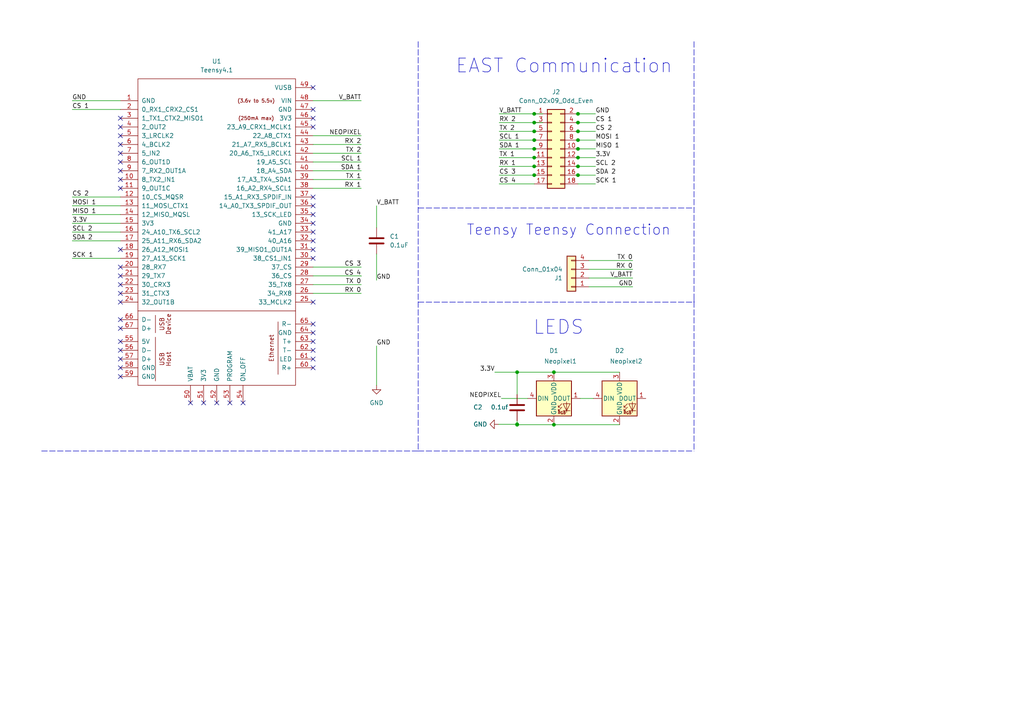
<source format=kicad_sch>
(kicad_sch (version 20211123) (generator eeschema)

  (uuid 3c3de130-b5fb-4743-b87f-bf4b3f38281a)

  (paper "A4")

  (lib_symbols
    (symbol "Connector_Generic:Conn_01x04" (pin_names (offset 1.016) hide) (in_bom yes) (on_board yes)
      (property "Reference" "J" (id 0) (at 0 5.08 0)
        (effects (font (size 1.27 1.27)))
      )
      (property "Value" "Conn_01x04" (id 1) (at 0 -7.62 0)
        (effects (font (size 1.27 1.27)))
      )
      (property "Footprint" "" (id 2) (at 0 0 0)
        (effects (font (size 1.27 1.27)) hide)
      )
      (property "Datasheet" "~" (id 3) (at 0 0 0)
        (effects (font (size 1.27 1.27)) hide)
      )
      (property "ki_keywords" "connector" (id 4) (at 0 0 0)
        (effects (font (size 1.27 1.27)) hide)
      )
      (property "ki_description" "Generic connector, single row, 01x04, script generated (kicad-library-utils/schlib/autogen/connector/)" (id 5) (at 0 0 0)
        (effects (font (size 1.27 1.27)) hide)
      )
      (property "ki_fp_filters" "Connector*:*_1x??_*" (id 6) (at 0 0 0)
        (effects (font (size 1.27 1.27)) hide)
      )
      (symbol "Conn_01x04_1_1"
        (rectangle (start -1.27 -4.953) (end 0 -5.207)
          (stroke (width 0.1524) (type default) (color 0 0 0 0))
          (fill (type none))
        )
        (rectangle (start -1.27 -2.413) (end 0 -2.667)
          (stroke (width 0.1524) (type default) (color 0 0 0 0))
          (fill (type none))
        )
        (rectangle (start -1.27 0.127) (end 0 -0.127)
          (stroke (width 0.1524) (type default) (color 0 0 0 0))
          (fill (type none))
        )
        (rectangle (start -1.27 2.667) (end 0 2.413)
          (stroke (width 0.1524) (type default) (color 0 0 0 0))
          (fill (type none))
        )
        (rectangle (start -1.27 3.81) (end 1.27 -6.35)
          (stroke (width 0.254) (type default) (color 0 0 0 0))
          (fill (type background))
        )
        (pin passive line (at -5.08 2.54 0) (length 3.81)
          (name "Pin_1" (effects (font (size 1.27 1.27))))
          (number "1" (effects (font (size 1.27 1.27))))
        )
        (pin passive line (at -5.08 0 0) (length 3.81)
          (name "Pin_2" (effects (font (size 1.27 1.27))))
          (number "2" (effects (font (size 1.27 1.27))))
        )
        (pin passive line (at -5.08 -2.54 0) (length 3.81)
          (name "Pin_3" (effects (font (size 1.27 1.27))))
          (number "3" (effects (font (size 1.27 1.27))))
        )
        (pin passive line (at -5.08 -5.08 0) (length 3.81)
          (name "Pin_4" (effects (font (size 1.27 1.27))))
          (number "4" (effects (font (size 1.27 1.27))))
        )
      )
    )
    (symbol "Connector_Generic:Conn_02x09_Odd_Even" (pin_names (offset 1.016) hide) (in_bom yes) (on_board yes)
      (property "Reference" "J" (id 0) (at 1.27 12.7 0)
        (effects (font (size 1.27 1.27)))
      )
      (property "Value" "Conn_02x09_Odd_Even" (id 1) (at 1.27 -12.7 0)
        (effects (font (size 1.27 1.27)))
      )
      (property "Footprint" "" (id 2) (at 0 0 0)
        (effects (font (size 1.27 1.27)) hide)
      )
      (property "Datasheet" "~" (id 3) (at 0 0 0)
        (effects (font (size 1.27 1.27)) hide)
      )
      (property "ki_keywords" "connector" (id 4) (at 0 0 0)
        (effects (font (size 1.27 1.27)) hide)
      )
      (property "ki_description" "Generic connector, double row, 02x09, odd/even pin numbering scheme (row 1 odd numbers, row 2 even numbers), script generated (kicad-library-utils/schlib/autogen/connector/)" (id 5) (at 0 0 0)
        (effects (font (size 1.27 1.27)) hide)
      )
      (property "ki_fp_filters" "Connector*:*_2x??_*" (id 6) (at 0 0 0)
        (effects (font (size 1.27 1.27)) hide)
      )
      (symbol "Conn_02x09_Odd_Even_1_1"
        (rectangle (start -1.27 -10.033) (end 0 -10.287)
          (stroke (width 0.1524) (type default) (color 0 0 0 0))
          (fill (type none))
        )
        (rectangle (start -1.27 -7.493) (end 0 -7.747)
          (stroke (width 0.1524) (type default) (color 0 0 0 0))
          (fill (type none))
        )
        (rectangle (start -1.27 -4.953) (end 0 -5.207)
          (stroke (width 0.1524) (type default) (color 0 0 0 0))
          (fill (type none))
        )
        (rectangle (start -1.27 -2.413) (end 0 -2.667)
          (stroke (width 0.1524) (type default) (color 0 0 0 0))
          (fill (type none))
        )
        (rectangle (start -1.27 0.127) (end 0 -0.127)
          (stroke (width 0.1524) (type default) (color 0 0 0 0))
          (fill (type none))
        )
        (rectangle (start -1.27 2.667) (end 0 2.413)
          (stroke (width 0.1524) (type default) (color 0 0 0 0))
          (fill (type none))
        )
        (rectangle (start -1.27 5.207) (end 0 4.953)
          (stroke (width 0.1524) (type default) (color 0 0 0 0))
          (fill (type none))
        )
        (rectangle (start -1.27 7.747) (end 0 7.493)
          (stroke (width 0.1524) (type default) (color 0 0 0 0))
          (fill (type none))
        )
        (rectangle (start -1.27 10.287) (end 0 10.033)
          (stroke (width 0.1524) (type default) (color 0 0 0 0))
          (fill (type none))
        )
        (rectangle (start -1.27 11.43) (end 3.81 -11.43)
          (stroke (width 0.254) (type default) (color 0 0 0 0))
          (fill (type background))
        )
        (rectangle (start 3.81 -10.033) (end 2.54 -10.287)
          (stroke (width 0.1524) (type default) (color 0 0 0 0))
          (fill (type none))
        )
        (rectangle (start 3.81 -7.493) (end 2.54 -7.747)
          (stroke (width 0.1524) (type default) (color 0 0 0 0))
          (fill (type none))
        )
        (rectangle (start 3.81 -4.953) (end 2.54 -5.207)
          (stroke (width 0.1524) (type default) (color 0 0 0 0))
          (fill (type none))
        )
        (rectangle (start 3.81 -2.413) (end 2.54 -2.667)
          (stroke (width 0.1524) (type default) (color 0 0 0 0))
          (fill (type none))
        )
        (rectangle (start 3.81 0.127) (end 2.54 -0.127)
          (stroke (width 0.1524) (type default) (color 0 0 0 0))
          (fill (type none))
        )
        (rectangle (start 3.81 2.667) (end 2.54 2.413)
          (stroke (width 0.1524) (type default) (color 0 0 0 0))
          (fill (type none))
        )
        (rectangle (start 3.81 5.207) (end 2.54 4.953)
          (stroke (width 0.1524) (type default) (color 0 0 0 0))
          (fill (type none))
        )
        (rectangle (start 3.81 7.747) (end 2.54 7.493)
          (stroke (width 0.1524) (type default) (color 0 0 0 0))
          (fill (type none))
        )
        (rectangle (start 3.81 10.287) (end 2.54 10.033)
          (stroke (width 0.1524) (type default) (color 0 0 0 0))
          (fill (type none))
        )
        (pin passive line (at -5.08 10.16 0) (length 3.81)
          (name "Pin_1" (effects (font (size 1.27 1.27))))
          (number "1" (effects (font (size 1.27 1.27))))
        )
        (pin passive line (at 7.62 0 180) (length 3.81)
          (name "Pin_10" (effects (font (size 1.27 1.27))))
          (number "10" (effects (font (size 1.27 1.27))))
        )
        (pin passive line (at -5.08 -2.54 0) (length 3.81)
          (name "Pin_11" (effects (font (size 1.27 1.27))))
          (number "11" (effects (font (size 1.27 1.27))))
        )
        (pin passive line (at 7.62 -2.54 180) (length 3.81)
          (name "Pin_12" (effects (font (size 1.27 1.27))))
          (number "12" (effects (font (size 1.27 1.27))))
        )
        (pin passive line (at -5.08 -5.08 0) (length 3.81)
          (name "Pin_13" (effects (font (size 1.27 1.27))))
          (number "13" (effects (font (size 1.27 1.27))))
        )
        (pin passive line (at 7.62 -5.08 180) (length 3.81)
          (name "Pin_14" (effects (font (size 1.27 1.27))))
          (number "14" (effects (font (size 1.27 1.27))))
        )
        (pin passive line (at -5.08 -7.62 0) (length 3.81)
          (name "Pin_15" (effects (font (size 1.27 1.27))))
          (number "15" (effects (font (size 1.27 1.27))))
        )
        (pin passive line (at 7.62 -7.62 180) (length 3.81)
          (name "Pin_16" (effects (font (size 1.27 1.27))))
          (number "16" (effects (font (size 1.27 1.27))))
        )
        (pin passive line (at -5.08 -10.16 0) (length 3.81)
          (name "Pin_17" (effects (font (size 1.27 1.27))))
          (number "17" (effects (font (size 1.27 1.27))))
        )
        (pin passive line (at 7.62 -10.16 180) (length 3.81)
          (name "Pin_18" (effects (font (size 1.27 1.27))))
          (number "18" (effects (font (size 1.27 1.27))))
        )
        (pin passive line (at 7.62 10.16 180) (length 3.81)
          (name "Pin_2" (effects (font (size 1.27 1.27))))
          (number "2" (effects (font (size 1.27 1.27))))
        )
        (pin passive line (at -5.08 7.62 0) (length 3.81)
          (name "Pin_3" (effects (font (size 1.27 1.27))))
          (number "3" (effects (font (size 1.27 1.27))))
        )
        (pin passive line (at 7.62 7.62 180) (length 3.81)
          (name "Pin_4" (effects (font (size 1.27 1.27))))
          (number "4" (effects (font (size 1.27 1.27))))
        )
        (pin passive line (at -5.08 5.08 0) (length 3.81)
          (name "Pin_5" (effects (font (size 1.27 1.27))))
          (number "5" (effects (font (size 1.27 1.27))))
        )
        (pin passive line (at 7.62 5.08 180) (length 3.81)
          (name "Pin_6" (effects (font (size 1.27 1.27))))
          (number "6" (effects (font (size 1.27 1.27))))
        )
        (pin passive line (at -5.08 2.54 0) (length 3.81)
          (name "Pin_7" (effects (font (size 1.27 1.27))))
          (number "7" (effects (font (size 1.27 1.27))))
        )
        (pin passive line (at 7.62 2.54 180) (length 3.81)
          (name "Pin_8" (effects (font (size 1.27 1.27))))
          (number "8" (effects (font (size 1.27 1.27))))
        )
        (pin passive line (at -5.08 0 0) (length 3.81)
          (name "Pin_9" (effects (font (size 1.27 1.27))))
          (number "9" (effects (font (size 1.27 1.27))))
        )
      )
    )
    (symbol "Device:C" (pin_numbers hide) (pin_names (offset 0.254)) (in_bom yes) (on_board yes)
      (property "Reference" "C" (id 0) (at 0.635 2.54 0)
        (effects (font (size 1.27 1.27)) (justify left))
      )
      (property "Value" "C" (id 1) (at 0.635 -2.54 0)
        (effects (font (size 1.27 1.27)) (justify left))
      )
      (property "Footprint" "" (id 2) (at 0.9652 -3.81 0)
        (effects (font (size 1.27 1.27)) hide)
      )
      (property "Datasheet" "~" (id 3) (at 0 0 0)
        (effects (font (size 1.27 1.27)) hide)
      )
      (property "ki_keywords" "cap capacitor" (id 4) (at 0 0 0)
        (effects (font (size 1.27 1.27)) hide)
      )
      (property "ki_description" "Unpolarized capacitor" (id 5) (at 0 0 0)
        (effects (font (size 1.27 1.27)) hide)
      )
      (property "ki_fp_filters" "C_*" (id 6) (at 0 0 0)
        (effects (font (size 1.27 1.27)) hide)
      )
      (symbol "C_0_1"
        (polyline
          (pts
            (xy -2.032 -0.762)
            (xy 2.032 -0.762)
          )
          (stroke (width 0.508) (type default) (color 0 0 0 0))
          (fill (type none))
        )
        (polyline
          (pts
            (xy -2.032 0.762)
            (xy 2.032 0.762)
          )
          (stroke (width 0.508) (type default) (color 0 0 0 0))
          (fill (type none))
        )
      )
      (symbol "C_1_1"
        (pin passive line (at 0 3.81 270) (length 2.794)
          (name "~" (effects (font (size 1.27 1.27))))
          (number "1" (effects (font (size 1.27 1.27))))
        )
        (pin passive line (at 0 -3.81 90) (length 2.794)
          (name "~" (effects (font (size 1.27 1.27))))
          (number "2" (effects (font (size 1.27 1.27))))
        )
      )
    )
    (symbol "LED:NeoPixel_THT" (pin_names (offset 0.254)) (in_bom yes) (on_board yes)
      (property "Reference" "D" (id 0) (at 5.08 5.715 0)
        (effects (font (size 1.27 1.27)) (justify right bottom))
      )
      (property "Value" "NeoPixel_THT" (id 1) (at 1.27 -5.715 0)
        (effects (font (size 1.27 1.27)) (justify left top))
      )
      (property "Footprint" "" (id 2) (at 1.27 -7.62 0)
        (effects (font (size 1.27 1.27)) (justify left top) hide)
      )
      (property "Datasheet" "https://www.adafruit.com/product/1938" (id 3) (at 2.54 -9.525 0)
        (effects (font (size 1.27 1.27)) (justify left top) hide)
      )
      (property "ki_keywords" "RGB LED NeoPixel addressable" (id 4) (at 0 0 0)
        (effects (font (size 1.27 1.27)) hide)
      )
      (property "ki_description" "RGB LED with integrated controller, 5mm/8mm LED package" (id 5) (at 0 0 0)
        (effects (font (size 1.27 1.27)) hide)
      )
      (property "ki_fp_filters" "LED*D5.0mm* LED*D8.0mm*" (id 6) (at 0 0 0)
        (effects (font (size 1.27 1.27)) hide)
      )
      (symbol "NeoPixel_THT_0_0"
        (text "RGB" (at 2.286 -4.191 0)
          (effects (font (size 0.762 0.762)))
        )
      )
      (symbol "NeoPixel_THT_0_1"
        (polyline
          (pts
            (xy 1.27 -3.556)
            (xy 1.778 -3.556)
          )
          (stroke (width 0) (type default) (color 0 0 0 0))
          (fill (type none))
        )
        (polyline
          (pts
            (xy 1.27 -2.54)
            (xy 1.778 -2.54)
          )
          (stroke (width 0) (type default) (color 0 0 0 0))
          (fill (type none))
        )
        (polyline
          (pts
            (xy 4.699 -3.556)
            (xy 2.667 -3.556)
          )
          (stroke (width 0) (type default) (color 0 0 0 0))
          (fill (type none))
        )
        (polyline
          (pts
            (xy 2.286 -2.54)
            (xy 1.27 -3.556)
            (xy 1.27 -3.048)
          )
          (stroke (width 0) (type default) (color 0 0 0 0))
          (fill (type none))
        )
        (polyline
          (pts
            (xy 2.286 -1.524)
            (xy 1.27 -2.54)
            (xy 1.27 -2.032)
          )
          (stroke (width 0) (type default) (color 0 0 0 0))
          (fill (type none))
        )
        (polyline
          (pts
            (xy 3.683 -1.016)
            (xy 3.683 -3.556)
            (xy 3.683 -4.064)
          )
          (stroke (width 0) (type default) (color 0 0 0 0))
          (fill (type none))
        )
        (polyline
          (pts
            (xy 4.699 -1.524)
            (xy 2.667 -1.524)
            (xy 3.683 -3.556)
            (xy 4.699 -1.524)
          )
          (stroke (width 0) (type default) (color 0 0 0 0))
          (fill (type none))
        )
        (rectangle (start 5.08 5.08) (end -5.08 -5.08)
          (stroke (width 0.254) (type default) (color 0 0 0 0))
          (fill (type background))
        )
      )
      (symbol "NeoPixel_THT_1_1"
        (pin output line (at 7.62 0 180) (length 2.54)
          (name "DOUT" (effects (font (size 1.27 1.27))))
          (number "1" (effects (font (size 1.27 1.27))))
        )
        (pin power_in line (at 0 -7.62 90) (length 2.54)
          (name "GND" (effects (font (size 1.27 1.27))))
          (number "2" (effects (font (size 1.27 1.27))))
        )
        (pin power_in line (at 0 7.62 270) (length 2.54)
          (name "VDD" (effects (font (size 1.27 1.27))))
          (number "3" (effects (font (size 1.27 1.27))))
        )
        (pin input line (at -7.62 0 0) (length 2.54)
          (name "DIN" (effects (font (size 1.27 1.27))))
          (number "4" (effects (font (size 1.27 1.27))))
        )
      )
    )
    (symbol "Teensy:Teensy4.1" (pin_names (offset 1.016)) (in_bom yes) (on_board yes)
      (property "Reference" "U" (id 0) (at 0 64.77 0)
        (effects (font (size 1.27 1.27)))
      )
      (property "Value" "Teensy4.1" (id 1) (at 0 62.23 0)
        (effects (font (size 1.27 1.27)))
      )
      (property "Footprint" "" (id 2) (at -10.16 10.16 0)
        (effects (font (size 1.27 1.27)) hide)
      )
      (property "Datasheet" "" (id 3) (at -10.16 10.16 0)
        (effects (font (size 1.27 1.27)) hide)
      )
      (symbol "Teensy4.1_0_0"
        (polyline
          (pts
            (xy -22.86 -6.35)
            (xy 22.86 -6.35)
          )
          (stroke (width 0) (type default) (color 0 0 0 0))
          (fill (type none))
        )
        (polyline
          (pts
            (xy -17.78 -26.67)
            (xy -17.78 -13.97)
          )
          (stroke (width 0) (type default) (color 0 0 0 0))
          (fill (type none))
        )
        (polyline
          (pts
            (xy -17.78 -7.62)
            (xy -17.78 -12.7)
          )
          (stroke (width 0) (type default) (color 0 0 0 0))
          (fill (type none))
        )
        (polyline
          (pts
            (xy 17.78 -9.525)
            (xy 17.78 -24.765)
          )
          (stroke (width 0) (type default) (color 0 0 0 0))
          (fill (type none))
        )
        (text "(250mA max)" (at 11.43 49.53 0)
          (effects (font (size 1.016 1.016)))
        )
        (text "(3.6v to 5.5v)" (at 11.43 54.61 0)
          (effects (font (size 1.016 1.016)))
        )
        (text "Device" (at -13.97 -10.16 900)
          (effects (font (size 1.27 1.27)))
        )
        (text "Ethernet" (at 15.875 -17.145 900)
          (effects (font (size 1.27 1.27)))
        )
        (text "Host" (at -13.97 -20.32 900)
          (effects (font (size 1.27 1.27)))
        )
        (text "USB" (at -15.875 -20.32 900)
          (effects (font (size 1.27 1.27)))
        )
        (text "USB" (at -15.875 -10.16 900)
          (effects (font (size 1.27 1.27)))
        )
        (pin bidirectional line (at -27.94 31.75 0) (length 5.08)
          (name "8_TX2_IN1" (effects (font (size 1.27 1.27))))
          (number "10" (effects (font (size 1.27 1.27))))
        )
        (pin bidirectional line (at -27.94 29.21 0) (length 5.08)
          (name "9_OUT1C" (effects (font (size 1.27 1.27))))
          (number "11" (effects (font (size 1.27 1.27))))
        )
        (pin bidirectional line (at -27.94 26.67 0) (length 5.08)
          (name "10_CS_MQSR" (effects (font (size 1.27 1.27))))
          (number "12" (effects (font (size 1.27 1.27))))
        )
        (pin bidirectional line (at -27.94 24.13 0) (length 5.08)
          (name "11_MOSI_CTX1" (effects (font (size 1.27 1.27))))
          (number "13" (effects (font (size 1.27 1.27))))
        )
        (pin bidirectional line (at -27.94 21.59 0) (length 5.08)
          (name "12_MISO_MQSL" (effects (font (size 1.27 1.27))))
          (number "14" (effects (font (size 1.27 1.27))))
        )
        (pin power_in line (at -27.94 19.05 0) (length 5.08)
          (name "3V3" (effects (font (size 1.27 1.27))))
          (number "15" (effects (font (size 1.27 1.27))))
        )
        (pin bidirectional line (at -27.94 16.51 0) (length 5.08)
          (name "24_A10_TX6_SCL2" (effects (font (size 1.27 1.27))))
          (number "16" (effects (font (size 1.27 1.27))))
        )
        (pin bidirectional line (at -27.94 13.97 0) (length 5.08)
          (name "25_A11_RX6_SDA2" (effects (font (size 1.27 1.27))))
          (number "17" (effects (font (size 1.27 1.27))))
        )
        (pin bidirectional line (at -27.94 11.43 0) (length 5.08)
          (name "26_A12_MOSI1" (effects (font (size 1.27 1.27))))
          (number "18" (effects (font (size 1.27 1.27))))
        )
        (pin bidirectional line (at -27.94 8.89 0) (length 5.08)
          (name "27_A13_SCK1" (effects (font (size 1.27 1.27))))
          (number "19" (effects (font (size 1.27 1.27))))
        )
        (pin bidirectional line (at -27.94 6.35 0) (length 5.08)
          (name "28_RX7" (effects (font (size 1.27 1.27))))
          (number "20" (effects (font (size 1.27 1.27))))
        )
        (pin bidirectional line (at -27.94 3.81 0) (length 5.08)
          (name "29_TX7" (effects (font (size 1.27 1.27))))
          (number "21" (effects (font (size 1.27 1.27))))
        )
        (pin bidirectional line (at -27.94 1.27 0) (length 5.08)
          (name "30_CRX3" (effects (font (size 1.27 1.27))))
          (number "22" (effects (font (size 1.27 1.27))))
        )
        (pin bidirectional line (at -27.94 -1.27 0) (length 5.08)
          (name "31_CTX3" (effects (font (size 1.27 1.27))))
          (number "23" (effects (font (size 1.27 1.27))))
        )
        (pin bidirectional line (at -27.94 -3.81 0) (length 5.08)
          (name "32_OUT1B" (effects (font (size 1.27 1.27))))
          (number "24" (effects (font (size 1.27 1.27))))
        )
        (pin bidirectional line (at 27.94 -3.81 180) (length 5.08)
          (name "33_MCLK2" (effects (font (size 1.27 1.27))))
          (number "25" (effects (font (size 1.27 1.27))))
        )
        (pin bidirectional line (at 27.94 -1.27 180) (length 5.08)
          (name "34_RX8" (effects (font (size 1.27 1.27))))
          (number "26" (effects (font (size 1.27 1.27))))
        )
        (pin bidirectional line (at 27.94 1.27 180) (length 5.08)
          (name "35_TX8" (effects (font (size 1.27 1.27))))
          (number "27" (effects (font (size 1.27 1.27))))
        )
        (pin bidirectional line (at 27.94 3.81 180) (length 5.08)
          (name "36_CS" (effects (font (size 1.27 1.27))))
          (number "28" (effects (font (size 1.27 1.27))))
        )
        (pin bidirectional line (at 27.94 6.35 180) (length 5.08)
          (name "37_CS" (effects (font (size 1.27 1.27))))
          (number "29" (effects (font (size 1.27 1.27))))
        )
        (pin bidirectional line (at 27.94 8.89 180) (length 5.08)
          (name "38_CS1_IN1" (effects (font (size 1.27 1.27))))
          (number "30" (effects (font (size 1.27 1.27))))
        )
        (pin bidirectional line (at 27.94 11.43 180) (length 5.08)
          (name "39_MISO1_OUT1A" (effects (font (size 1.27 1.27))))
          (number "31" (effects (font (size 1.27 1.27))))
        )
        (pin bidirectional line (at 27.94 13.97 180) (length 5.08)
          (name "40_A16" (effects (font (size 1.27 1.27))))
          (number "32" (effects (font (size 1.27 1.27))))
        )
        (pin bidirectional line (at 27.94 16.51 180) (length 5.08)
          (name "41_A17" (effects (font (size 1.27 1.27))))
          (number "33" (effects (font (size 1.27 1.27))))
        )
        (pin bidirectional line (at 27.94 21.59 180) (length 5.08)
          (name "13_SCK_LED" (effects (font (size 1.27 1.27))))
          (number "35" (effects (font (size 1.27 1.27))))
        )
        (pin bidirectional line (at 27.94 24.13 180) (length 5.08)
          (name "14_A0_TX3_SPDIF_OUT" (effects (font (size 1.27 1.27))))
          (number "36" (effects (font (size 1.27 1.27))))
        )
        (pin bidirectional line (at 27.94 26.67 180) (length 5.08)
          (name "15_A1_RX3_SPDIF_IN" (effects (font (size 1.27 1.27))))
          (number "37" (effects (font (size 1.27 1.27))))
        )
        (pin bidirectional line (at 27.94 29.21 180) (length 5.08)
          (name "16_A2_RX4_SCL1" (effects (font (size 1.27 1.27))))
          (number "38" (effects (font (size 1.27 1.27))))
        )
        (pin bidirectional line (at 27.94 31.75 180) (length 5.08)
          (name "17_A3_TX4_SDA1" (effects (font (size 1.27 1.27))))
          (number "39" (effects (font (size 1.27 1.27))))
        )
        (pin bidirectional line (at 27.94 34.29 180) (length 5.08)
          (name "18_A4_SDA" (effects (font (size 1.27 1.27))))
          (number "40" (effects (font (size 1.27 1.27))))
        )
        (pin bidirectional line (at 27.94 36.83 180) (length 5.08)
          (name "19_A5_SCL" (effects (font (size 1.27 1.27))))
          (number "41" (effects (font (size 1.27 1.27))))
        )
        (pin bidirectional line (at 27.94 39.37 180) (length 5.08)
          (name "20_A6_TX5_LRCLK1" (effects (font (size 1.27 1.27))))
          (number "42" (effects (font (size 1.27 1.27))))
        )
        (pin bidirectional line (at 27.94 41.91 180) (length 5.08)
          (name "21_A7_RX5_BCLK1" (effects (font (size 1.27 1.27))))
          (number "43" (effects (font (size 1.27 1.27))))
        )
        (pin bidirectional line (at 27.94 44.45 180) (length 5.08)
          (name "22_A8_CTX1" (effects (font (size 1.27 1.27))))
          (number "44" (effects (font (size 1.27 1.27))))
        )
        (pin bidirectional line (at 27.94 46.99 180) (length 5.08)
          (name "23_A9_CRX1_MCLK1" (effects (font (size 1.27 1.27))))
          (number "45" (effects (font (size 1.27 1.27))))
        )
        (pin output line (at 27.94 49.53 180) (length 5.08)
          (name "3V3" (effects (font (size 1.27 1.27))))
          (number "46" (effects (font (size 1.27 1.27))))
        )
        (pin output line (at 27.94 52.07 180) (length 5.08)
          (name "GND" (effects (font (size 1.27 1.27))))
          (number "47" (effects (font (size 1.27 1.27))))
        )
        (pin power_in line (at 27.94 54.61 180) (length 5.08)
          (name "VIN" (effects (font (size 1.27 1.27))))
          (number "48" (effects (font (size 1.27 1.27))))
        )
        (pin power_out line (at 27.94 58.42 180) (length 5.08)
          (name "VUSB" (effects (font (size 1.27 1.27))))
          (number "49" (effects (font (size 1.27 1.27))))
        )
        (pin bidirectional line (at -27.94 44.45 0) (length 5.08)
          (name "3_LRCLK2" (effects (font (size 1.27 1.27))))
          (number "5" (effects (font (size 1.27 1.27))))
        )
        (pin power_in line (at -7.62 -33.02 90) (length 5.08)
          (name "VBAT" (effects (font (size 1.27 1.27))))
          (number "50" (effects (font (size 1.27 1.27))))
        )
        (pin power_in line (at -3.81 -33.02 90) (length 5.08)
          (name "3V3" (effects (font (size 1.27 1.27))))
          (number "51" (effects (font (size 1.27 1.27))))
        )
        (pin input line (at 0 -33.02 90) (length 5.08)
          (name "GND" (effects (font (size 1.27 1.27))))
          (number "52" (effects (font (size 1.27 1.27))))
        )
        (pin input line (at 3.81 -33.02 90) (length 5.08)
          (name "PROGRAM" (effects (font (size 1.27 1.27))))
          (number "53" (effects (font (size 1.27 1.27))))
        )
        (pin input line (at 7.62 -33.02 90) (length 5.08)
          (name "ON_OFF" (effects (font (size 1.27 1.27))))
          (number "54" (effects (font (size 1.27 1.27))))
        )
        (pin power_out line (at -27.94 -15.24 0) (length 5.08)
          (name "5V" (effects (font (size 1.27 1.27))))
          (number "55" (effects (font (size 1.27 1.27))))
        )
        (pin bidirectional line (at -27.94 -17.78 0) (length 5.08)
          (name "D-" (effects (font (size 1.27 1.27))))
          (number "56" (effects (font (size 1.27 1.27))))
        )
        (pin bidirectional line (at -27.94 -20.32 0) (length 5.08)
          (name "D+" (effects (font (size 1.27 1.27))))
          (number "57" (effects (font (size 1.27 1.27))))
        )
        (pin power_in line (at -27.94 -22.86 0) (length 5.08)
          (name "GND" (effects (font (size 1.27 1.27))))
          (number "58" (effects (font (size 1.27 1.27))))
        )
        (pin power_in line (at -27.94 -25.4 0) (length 5.08)
          (name "GND" (effects (font (size 1.27 1.27))))
          (number "59" (effects (font (size 1.27 1.27))))
        )
        (pin bidirectional line (at -27.94 41.91 0) (length 5.08)
          (name "4_BCLK2" (effects (font (size 1.27 1.27))))
          (number "6" (effects (font (size 1.27 1.27))))
        )
        (pin bidirectional line (at 27.94 -22.86 180) (length 5.08)
          (name "R+" (effects (font (size 1.27 1.27))))
          (number "60" (effects (font (size 1.27 1.27))))
        )
        (pin bidirectional line (at 27.94 -20.32 180) (length 5.08)
          (name "LED" (effects (font (size 1.27 1.27))))
          (number "61" (effects (font (size 1.27 1.27))))
        )
        (pin bidirectional line (at 27.94 -17.78 180) (length 5.08)
          (name "T-" (effects (font (size 1.27 1.27))))
          (number "62" (effects (font (size 1.27 1.27))))
        )
        (pin bidirectional line (at 27.94 -15.24 180) (length 5.08)
          (name "T+" (effects (font (size 1.27 1.27))))
          (number "63" (effects (font (size 1.27 1.27))))
        )
        (pin power_in line (at 27.94 -12.7 180) (length 5.08)
          (name "GND" (effects (font (size 1.27 1.27))))
          (number "64" (effects (font (size 1.27 1.27))))
        )
        (pin bidirectional line (at 27.94 -10.16 180) (length 5.08)
          (name "R-" (effects (font (size 1.27 1.27))))
          (number "65" (effects (font (size 1.27 1.27))))
        )
        (pin bidirectional line (at -27.94 -8.89 0) (length 5.08)
          (name "D-" (effects (font (size 1.27 1.27))))
          (number "66" (effects (font (size 1.27 1.27))))
        )
        (pin bidirectional line (at -27.94 -11.43 0) (length 5.08)
          (name "D+" (effects (font (size 1.27 1.27))))
          (number "67" (effects (font (size 1.27 1.27))))
        )
        (pin bidirectional line (at -27.94 39.37 0) (length 5.08)
          (name "5_IN2" (effects (font (size 1.27 1.27))))
          (number "7" (effects (font (size 1.27 1.27))))
        )
        (pin bidirectional line (at -27.94 36.83 0) (length 5.08)
          (name "6_OUT1D" (effects (font (size 1.27 1.27))))
          (number "8" (effects (font (size 1.27 1.27))))
        )
        (pin bidirectional line (at -27.94 34.29 0) (length 5.08)
          (name "7_RX2_OUT1A" (effects (font (size 1.27 1.27))))
          (number "9" (effects (font (size 1.27 1.27))))
        )
      )
      (symbol "Teensy4.1_0_1"
        (rectangle (start -22.86 60.96) (end 22.86 -27.94)
          (stroke (width 0) (type default) (color 0 0 0 0))
          (fill (type none))
        )
        (rectangle (start -20.32 -1.27) (end -20.32 -1.27)
          (stroke (width 0) (type default) (color 0 0 0 0))
          (fill (type none))
        )
      )
      (symbol "Teensy4.1_1_1"
        (pin power_in line (at -27.94 54.61 0) (length 5.08)
          (name "GND" (effects (font (size 1.27 1.27))))
          (number "1" (effects (font (size 1.27 1.27))))
        )
        (pin bidirectional line (at -27.94 52.07 0) (length 5.08)
          (name "0_RX1_CRX2_CS1" (effects (font (size 1.27 1.27))))
          (number "2" (effects (font (size 1.27 1.27))))
        )
        (pin bidirectional line (at -27.94 49.53 0) (length 5.08)
          (name "1_TX1_CTX2_MISO1" (effects (font (size 1.27 1.27))))
          (number "3" (effects (font (size 1.27 1.27))))
        )
        (pin power_in line (at 27.94 19.05 180) (length 5.08)
          (name "GND" (effects (font (size 1.27 1.27))))
          (number "34" (effects (font (size 1.27 1.27))))
        )
        (pin bidirectional line (at -27.94 46.99 0) (length 5.08)
          (name "2_OUT2" (effects (font (size 1.27 1.27))))
          (number "4" (effects (font (size 1.27 1.27))))
        )
      )
    )
    (symbol "power:GND" (power) (pin_names (offset 0)) (in_bom yes) (on_board yes)
      (property "Reference" "#PWR" (id 0) (at 0 -6.35 0)
        (effects (font (size 1.27 1.27)) hide)
      )
      (property "Value" "GND" (id 1) (at 0 -3.81 0)
        (effects (font (size 1.27 1.27)))
      )
      (property "Footprint" "" (id 2) (at 0 0 0)
        (effects (font (size 1.27 1.27)) hide)
      )
      (property "Datasheet" "" (id 3) (at 0 0 0)
        (effects (font (size 1.27 1.27)) hide)
      )
      (property "ki_keywords" "power-flag" (id 4) (at 0 0 0)
        (effects (font (size 1.27 1.27)) hide)
      )
      (property "ki_description" "Power symbol creates a global label with name \"GND\" , ground" (id 5) (at 0 0 0)
        (effects (font (size 1.27 1.27)) hide)
      )
      (symbol "GND_0_1"
        (polyline
          (pts
            (xy 0 0)
            (xy 0 -1.27)
            (xy 1.27 -1.27)
            (xy 0 -2.54)
            (xy -1.27 -1.27)
            (xy 0 -1.27)
          )
          (stroke (width 0) (type default) (color 0 0 0 0))
          (fill (type none))
        )
      )
      (symbol "GND_1_1"
        (pin power_in line (at 0 0 270) (length 0) hide
          (name "GND" (effects (font (size 1.27 1.27))))
          (number "1" (effects (font (size 1.27 1.27))))
        )
      )
    )
  )

  (junction (at 154.94 43.18) (diameter 0) (color 0 0 0 0)
    (uuid 050c61af-0d16-433d-9199-359010553944)
  )
  (junction (at 167.64 40.64) (diameter 0) (color 0 0 0 0)
    (uuid 0a5a7f51-5235-465b-bea8-76d99d582a9a)
  )
  (junction (at 154.94 40.64) (diameter 0) (color 0 0 0 0)
    (uuid 23a1377a-f211-428c-9de9-b45a0526c33f)
  )
  (junction (at 167.64 50.8) (diameter 0) (color 0 0 0 0)
    (uuid 27c1b528-4b83-4ba5-a140-c2ba0525437e)
  )
  (junction (at 154.94 35.56) (diameter 0) (color 0 0 0 0)
    (uuid 4827c5fb-c644-46f9-a628-4aea73eea0cb)
  )
  (junction (at 154.94 45.72) (diameter 0) (color 0 0 0 0)
    (uuid 4ad30b0b-6ae3-40d2-9969-36fd75c58576)
  )
  (junction (at 149.987 123.19) (diameter 0) (color 0 0 0 0)
    (uuid 4ff50898-9373-4794-bfc4-da01e2e32b90)
  )
  (junction (at 160.655 123.19) (diameter 0) (color 0 0 0 0)
    (uuid 53dc16a2-ad38-41d1-854e-91e5886d3f82)
  )
  (junction (at 167.64 48.26) (diameter 0) (color 0 0 0 0)
    (uuid 5b1c2b8a-6d61-44c4-a573-cc91189424ef)
  )
  (junction (at 167.64 33.02) (diameter 0) (color 0 0 0 0)
    (uuid 71b2e4ed-a9e6-49ad-9176-ec3b7a394890)
  )
  (junction (at 167.64 45.72) (diameter 0) (color 0 0 0 0)
    (uuid 9da0a1a5-1251-4d79-8819-eaff17c79ade)
  )
  (junction (at 167.64 43.18) (diameter 0) (color 0 0 0 0)
    (uuid b044b669-3f4a-44f1-8ee2-f4338add85e2)
  )
  (junction (at 167.64 38.1) (diameter 0) (color 0 0 0 0)
    (uuid ba95e924-50d1-4eb5-b1c9-52a565a360ef)
  )
  (junction (at 149.987 123.063) (diameter 0) (color 0 0 0 0)
    (uuid c1aea50f-49cf-4eec-adbe-4527d57cf9bb)
  )
  (junction (at 167.64 35.56) (diameter 0) (color 0 0 0 0)
    (uuid cbce4d35-865c-4ccf-b12f-bb767c7abbce)
  )
  (junction (at 154.94 50.8) (diameter 0) (color 0 0 0 0)
    (uuid cc124b20-7bab-4916-be63-1700f793b315)
  )
  (junction (at 149.987 107.95) (diameter 0) (color 0 0 0 0)
    (uuid d2796916-92da-4e50-9c36-dadb6cda77bf)
  )
  (junction (at 154.94 38.1) (diameter 0) (color 0 0 0 0)
    (uuid e0ce1bef-854f-4000-b12e-281d91ba823b)
  )
  (junction (at 154.94 33.02) (diameter 0) (color 0 0 0 0)
    (uuid f0e1c4ab-5bde-4a04-a1a3-83a46173ec45)
  )
  (junction (at 160.655 107.95) (diameter 0) (color 0 0 0 0)
    (uuid f75bbcd9-fe4a-4dd3-8585-b0ead41225ea)
  )
  (junction (at 154.94 48.26) (diameter 0) (color 0 0 0 0)
    (uuid fd2e52a1-8210-4f07-afe4-fbbb2990925a)
  )

  (no_connect (at 34.925 34.29) (uuid 0df0ce57-1d3e-4536-abb4-52d6f9724cb1))
  (no_connect (at 34.925 104.14) (uuid 11de2887-3f11-475c-bca6-f052730b4d8a))
  (no_connect (at 90.805 69.85) (uuid 1d03a1b9-3d1a-4552-a7c9-692085227a3a))
  (no_connect (at 90.805 101.6) (uuid 221805ab-705f-4a35-a2a6-b95aaeab1e0c))
  (no_connect (at 34.925 85.09) (uuid 2583a55d-54f1-48af-a35b-162b6c7ec64f))
  (no_connect (at 90.805 57.15) (uuid 2583a55d-54f1-48af-a35b-162b6c7ec650))
  (no_connect (at 90.805 59.69) (uuid 2583a55d-54f1-48af-a35b-162b6c7ec651))
  (no_connect (at 90.805 74.93) (uuid 2583a55d-54f1-48af-a35b-162b6c7ec652))
  (no_connect (at 90.805 34.29) (uuid 2e5e7b66-24a2-4353-bf1c-a562f20080e6))
  (no_connect (at 90.805 96.52) (uuid 3414d59c-de4b-4d78-8ca8-154499a0d831))
  (no_connect (at 90.805 36.83) (uuid 346306f7-fb3e-46b7-bfff-6ad899accc81))
  (no_connect (at 34.925 99.06) (uuid 435c48e5-ae86-4299-a3c7-7eb4a75420d5))
  (no_connect (at 90.805 99.06) (uuid 4e143ad7-10d8-4bde-a6a6-532206d1d277))
  (no_connect (at 90.805 106.68) (uuid 50151d25-c306-4923-ab8e-723253892700))
  (no_connect (at 90.805 104.14) (uuid 58799b3c-03d3-4453-beb0-1cf87dcb9fbf))
  (no_connect (at 34.925 36.83) (uuid 5c50af0f-67e0-42bc-b43f-c3f998d0b11e))
  (no_connect (at 34.925 39.37) (uuid 5c50af0f-67e0-42bc-b43f-c3f998d0b11f))
  (no_connect (at 34.925 41.91) (uuid 5c50af0f-67e0-42bc-b43f-c3f998d0b120))
  (no_connect (at 34.925 54.61) (uuid 61445360-f138-4862-8915-3b027bbba699))
  (no_connect (at 90.805 64.77) (uuid 6e31e225-f6aa-45dd-92cf-4ff4d438a269))
  (no_connect (at 34.925 106.68) (uuid 7406362d-a852-46aa-a3c3-44d3c7b7ac3d))
  (no_connect (at 66.675 116.84) (uuid 7b5f6b14-3f13-4f45-abfd-5dcc27735ae9))
  (no_connect (at 90.805 72.39) (uuid 9893433d-5bdb-4eb3-b3f8-5e102e80cd0e))
  (no_connect (at 34.925 72.39) (uuid 9893433d-5bdb-4eb3-b3f8-5e102e80cd0f))
  (no_connect (at 62.865 116.84) (uuid 9cd194f5-35cb-4c06-a4ea-840b1ce373b6))
  (no_connect (at 34.925 101.6) (uuid a4be9c28-3f32-4fbf-8534-7c6a44533d46))
  (no_connect (at 55.245 116.84) (uuid a4c8c48b-0d81-433d-a888-c41e41049d1e))
  (no_connect (at 34.925 109.22) (uuid aa3c4a45-66f2-4dae-a99a-c1dff33dc2d7))
  (no_connect (at 90.805 93.98) (uuid b0e7738a-6d4f-4b86-9cb8-a69d4931edf3))
  (no_connect (at 34.925 92.71) (uuid b72f0947-0da7-4141-8fee-535507038f45))
  (no_connect (at 90.805 67.31) (uuid be94b162-ae06-4fe7-82a2-5b61adb499ad))
  (no_connect (at 34.925 44.45) (uuid c0af20b0-24f2-44d2-a404-c5e5d8d2b2f9))
  (no_connect (at 34.925 46.99) (uuid c45cd05a-158e-40b4-ae72-299faa396d75))
  (no_connect (at 34.925 95.25) (uuid c7322809-5ab5-4a3e-8a3e-a61bcf2f7a5d))
  (no_connect (at 34.925 52.07) (uuid d2fd484d-34e4-4262-8225-edb8d3f52f54))
  (no_connect (at 34.925 49.53) (uuid d2fd484d-34e4-4262-8225-edb8d3f52f55))
  (no_connect (at 34.925 77.47) (uuid d57f88d3-c1f9-4d1c-9407-9a7bb00c9349))
  (no_connect (at 34.925 80.01) (uuid d57f88d3-c1f9-4d1c-9407-9a7bb00c934a))
  (no_connect (at 90.805 25.4) (uuid dcafdb6c-1b53-4920-ae1c-4ed197b6556e))
  (no_connect (at 70.485 116.84) (uuid e270bf52-7e03-4e3a-9521-62da5bcaf629))
  (no_connect (at 90.805 62.23) (uuid e3aafbfe-45ae-4746-9752-43985a455cad))
  (no_connect (at 90.805 31.75) (uuid e7fbefdf-50fe-4539-ad42-758de87db262))
  (no_connect (at 59.055 116.84) (uuid ea939584-2c86-4f88-a27b-7d6883910d76))
  (no_connect (at 34.925 87.63) (uuid f87c6761-a051-4d5f-b02b-2aa4639f2c72))
  (no_connect (at 90.805 87.63) (uuid f8dd5240-0d9e-4a92-9049-c1357970fac1))
  (no_connect (at 34.925 82.55) (uuid fe0f2f9a-75c8-4f5f-9395-4fbe345ad9c6))

  (wire (pts (xy 167.005 38.1) (xy 167.64 38.1))
    (stroke (width 0) (type default) (color 0 0 0 0))
    (uuid 026bc6d1-35a6-4acc-8e0f-5d532d5ed213)
  )
  (wire (pts (xy 20.955 31.75) (xy 34.925 31.75))
    (stroke (width 0) (type default) (color 0 0 0 0))
    (uuid 041aceb5-07f6-4b79-a4f4-89ed123195ff)
  )
  (wire (pts (xy 167.005 40.64) (xy 167.64 40.64))
    (stroke (width 0) (type default) (color 0 0 0 0))
    (uuid 09a86b00-4bdd-498f-808a-58db4318e1e0)
  )
  (wire (pts (xy 90.805 29.21) (xy 104.775 29.21))
    (stroke (width 0) (type default) (color 0 0 0 0))
    (uuid 09c6d740-66f8-4941-a069-2a4e998a136c)
  )
  (wire (pts (xy 154.94 35.56) (xy 157.48 35.56))
    (stroke (width 0) (type default) (color 0 0 0 0))
    (uuid 0c2d519b-4cba-4d35-a92d-d1c31c3c190a)
  )
  (wire (pts (xy 90.805 49.53) (xy 104.775 49.53))
    (stroke (width 0) (type default) (color 0 0 0 0))
    (uuid 0f59a425-6050-473e-bd95-fb73f6db1a30)
  )
  (wire (pts (xy 143.51 107.95) (xy 149.987 107.95))
    (stroke (width 0) (type default) (color 0 0 0 0))
    (uuid 115920d0-28bd-4b69-b42e-36fceb53809b)
  )
  (wire (pts (xy 20.955 69.85) (xy 34.925 69.85))
    (stroke (width 0) (type default) (color 0 0 0 0))
    (uuid 15f88207-cdce-49a2-9cb7-beb9f8fb3589)
  )
  (polyline (pts (xy 201.295 12.065) (xy 201.295 130.81))
    (stroke (width 0) (type default) (color 0 0 0 0))
    (uuid 1734d2dd-112b-4ddd-be58-1363db81c673)
  )

  (wire (pts (xy 154.94 50.8) (xy 155.575 50.8))
    (stroke (width 0) (type default) (color 0 0 0 0))
    (uuid 17d7082b-6d95-473d-a8b2-61033335ef4a)
  )
  (wire (pts (xy 145.415 115.57) (xy 153.035 115.57))
    (stroke (width 0) (type default) (color 0 0 0 0))
    (uuid 199788a3-50a6-48bb-9994-d2c448e37568)
  )
  (wire (pts (xy 154.94 33.02) (xy 157.48 33.02))
    (stroke (width 0) (type default) (color 0 0 0 0))
    (uuid 1beafd0c-b3af-419a-b973-18b10da472ff)
  )
  (polyline (pts (xy 12.065 130.81) (xy 121.285 130.81))
    (stroke (width 0) (type default) (color 0 0 0 0))
    (uuid 1f25592d-4f66-4c7f-93d6-bbda273e2cbe)
  )

  (wire (pts (xy 183.515 83.185) (xy 170.815 83.185))
    (stroke (width 0) (type default) (color 0 0 0 0))
    (uuid 227993f4-4460-47df-8f9a-7fb3c36dbffb)
  )
  (wire (pts (xy 154.94 38.1) (xy 155.575 38.1))
    (stroke (width 0) (type default) (color 0 0 0 0))
    (uuid 22ba53ad-cb16-4d7a-9881-d337eeba51dd)
  )
  (wire (pts (xy 144.78 38.1) (xy 154.94 38.1))
    (stroke (width 0) (type default) (color 0 0 0 0))
    (uuid 2df88058-7823-4125-9f92-ac5dd7075e29)
  )
  (wire (pts (xy 20.955 59.69) (xy 34.925 59.69))
    (stroke (width 0) (type default) (color 0 0 0 0))
    (uuid 2e14b38e-cc7b-468f-854e-2c525a27d2d7)
  )
  (wire (pts (xy 167.005 48.26) (xy 167.64 48.26))
    (stroke (width 0) (type default) (color 0 0 0 0))
    (uuid 2ffee1f3-bef1-46fb-a1d0-fd24e10df2f4)
  )
  (wire (pts (xy 109.22 73.66) (xy 109.22 81.28))
    (stroke (width 0) (type default) (color 0 0 0 0))
    (uuid 31047d64-38ae-4a98-b122-0c5b5e9d0f83)
  )
  (wire (pts (xy 149.987 107.95) (xy 160.655 107.95))
    (stroke (width 0) (type default) (color 0 0 0 0))
    (uuid 312aae26-6319-4c01-a64e-f222b8a2b683)
  )
  (wire (pts (xy 20.955 29.21) (xy 34.925 29.21))
    (stroke (width 0) (type default) (color 0 0 0 0))
    (uuid 3280fc96-5eef-497e-ad75-ab1d96d66df7)
  )
  (wire (pts (xy 109.22 59.69) (xy 109.22 66.04))
    (stroke (width 0) (type default) (color 0 0 0 0))
    (uuid 3326be72-dd24-44b4-8ef3-6de823e1b381)
  )
  (wire (pts (xy 183.515 80.645) (xy 170.815 80.645))
    (stroke (width 0) (type default) (color 0 0 0 0))
    (uuid 370af32c-769e-4536-9de3-afe35c009306)
  )
  (wire (pts (xy 179.705 123.19) (xy 160.655 123.19))
    (stroke (width 0) (type default) (color 0 0 0 0))
    (uuid 3be8744f-974a-4d9c-becc-1695d6dd5e57)
  )
  (wire (pts (xy 167.64 45.72) (xy 172.72 45.72))
    (stroke (width 0) (type default) (color 0 0 0 0))
    (uuid 4535e55d-9ee9-45ce-8605-7fabb7647239)
  )
  (wire (pts (xy 20.955 64.77) (xy 34.925 64.77))
    (stroke (width 0) (type default) (color 0 0 0 0))
    (uuid 4af05fda-91f1-4fe7-9c4d-a416a95f505e)
  )
  (wire (pts (xy 160.655 107.95) (xy 179.705 107.95))
    (stroke (width 0) (type default) (color 0 0 0 0))
    (uuid 51387317-bcb8-4716-9bab-2e5ddade91c0)
  )
  (polyline (pts (xy 121.285 12.065) (xy 121.285 130.81))
    (stroke (width 0) (type default) (color 0 0 0 0))
    (uuid 51be86f4-bae3-49ce-86ef-52d187eb0655)
  )

  (wire (pts (xy 167.005 45.72) (xy 167.64 45.72))
    (stroke (width 0) (type default) (color 0 0 0 0))
    (uuid 579e9b98-9c16-4a1b-99b8-7a8ceb5de48b)
  )
  (wire (pts (xy 154.94 43.18) (xy 155.575 43.18))
    (stroke (width 0) (type default) (color 0 0 0 0))
    (uuid 5cc83bbf-0e8f-4e1c-90c6-82a4cfb5df0c)
  )
  (wire (pts (xy 90.805 80.01) (xy 104.7473 80.01))
    (stroke (width 0) (type default) (color 0 0 0 0))
    (uuid 5ed4465c-14e8-4be4-aa16-002fa52809c5)
  )
  (wire (pts (xy 167.005 35.56) (xy 167.64 35.56))
    (stroke (width 0) (type default) (color 0 0 0 0))
    (uuid 650c06bd-c9aa-45db-8f3e-3dfb781d1d44)
  )
  (wire (pts (xy 20.955 62.23) (xy 34.925 62.23))
    (stroke (width 0) (type default) (color 0 0 0 0))
    (uuid 652e3cff-731e-41ca-a0a5-24faba1d82cf)
  )
  (wire (pts (xy 90.805 54.61) (xy 104.775 54.61))
    (stroke (width 0) (type default) (color 0 0 0 0))
    (uuid 68227523-0907-4d1b-b6f8-050e44ec26ff)
  )
  (wire (pts (xy 154.94 40.64) (xy 155.575 40.64))
    (stroke (width 0) (type default) (color 0 0 0 0))
    (uuid 6abcd53e-403d-442f-80a4-c910f3e4bcde)
  )
  (wire (pts (xy 90.805 44.45) (xy 104.775 44.45))
    (stroke (width 0) (type default) (color 0 0 0 0))
    (uuid 6c0d3c86-c089-40b5-9247-af6b91f056f9)
  )
  (wire (pts (xy 144.78 40.64) (xy 154.94 40.64))
    (stroke (width 0) (type default) (color 0 0 0 0))
    (uuid 6e8dae0c-4a8e-4aee-95c0-e9c1333c406e)
  )
  (wire (pts (xy 167.64 38.1) (xy 172.72 38.1))
    (stroke (width 0) (type default) (color 0 0 0 0))
    (uuid 717023ff-5fcb-4e09-bad7-21e44c5b91b7)
  )
  (wire (pts (xy 144.653 123.063) (xy 149.987 123.063))
    (stroke (width 0) (type default) (color 0 0 0 0))
    (uuid 76a6b6f0-b421-4bdb-9e5c-d81e00c2db85)
  )
  (wire (pts (xy 167.64 35.56) (xy 172.72 35.56))
    (stroke (width 0) (type default) (color 0 0 0 0))
    (uuid 7b27f922-b979-42a3-ab2f-f39a01ff96bd)
  )
  (wire (pts (xy 90.805 82.55) (xy 104.775 82.55))
    (stroke (width 0) (type default) (color 0 0 0 0))
    (uuid 81316641-9331-47ed-935e-64ddf46fdaf8)
  )
  (polyline (pts (xy 121.285 130.81) (xy 201.295 130.81))
    (stroke (width 0) (type default) (color 0 0 0 0))
    (uuid 81d494cf-a0cd-4e76-9c8e-c5d3d8e80ad2)
  )

  (wire (pts (xy 144.78 45.72) (xy 154.94 45.72))
    (stroke (width 0) (type default) (color 0 0 0 0))
    (uuid 81e5a41b-bee2-4a5c-b991-7315cfbefe86)
  )
  (wire (pts (xy 20.955 74.93) (xy 34.925 74.93))
    (stroke (width 0) (type default) (color 0 0 0 0))
    (uuid 86edf12a-a38a-47d1-8f9e-dceaffa26c34)
  )
  (wire (pts (xy 154.94 45.72) (xy 155.575 45.72))
    (stroke (width 0) (type default) (color 0 0 0 0))
    (uuid 876760d4-4f32-4576-b39d-aeaff95fefd9)
  )
  (wire (pts (xy 149.987 107.95) (xy 149.987 114.427))
    (stroke (width 0) (type default) (color 0 0 0 0))
    (uuid 89213106-bc06-4906-aa59-7f3b2fc17fee)
  )
  (wire (pts (xy 90.805 41.91) (xy 104.775 41.91))
    (stroke (width 0) (type default) (color 0 0 0 0))
    (uuid 89788611-2572-4c5e-96ea-76a8b95f2d7f)
  )
  (wire (pts (xy 160.655 123.19) (xy 149.987 123.19))
    (stroke (width 0) (type default) (color 0 0 0 0))
    (uuid 8cdc1505-4eec-4bd0-9ddf-6bdff02b3032)
  )
  (wire (pts (xy 167.64 50.8) (xy 172.72 50.8))
    (stroke (width 0) (type default) (color 0 0 0 0))
    (uuid 8ee0083a-3cc3-4c66-9fda-bdb9a39eb5e4)
  )
  (wire (pts (xy 104.775 77.47) (xy 90.805 77.47))
    (stroke (width 0) (type default) (color 0 0 0 0))
    (uuid 90990181-6b6a-4b47-b4ea-d940fe21ed8f)
  )
  (wire (pts (xy 167.64 53.34) (xy 172.72 53.34))
    (stroke (width 0) (type default) (color 0 0 0 0))
    (uuid 919fe06d-99a8-4cd4-8657-c8d38d1c8950)
  )
  (polyline (pts (xy 201.295 87.63) (xy 201.295 86.995))
    (stroke (width 0) (type default) (color 0 0 0 0))
    (uuid 9745bb5e-8bbc-4ada-a4dc-567d6dad765d)
  )

  (wire (pts (xy 20.955 67.31) (xy 34.925 67.31))
    (stroke (width 0) (type default) (color 0 0 0 0))
    (uuid 9aeb460b-4aed-4326-8320-a2564cfb7aab)
  )
  (wire (pts (xy 167.64 40.64) (xy 172.72 40.64))
    (stroke (width 0) (type default) (color 0 0 0 0))
    (uuid a48f004d-d772-4e37-95b2-ae086ebe87c6)
  )
  (wire (pts (xy 90.805 46.99) (xy 104.775 46.99))
    (stroke (width 0) (type default) (color 0 0 0 0))
    (uuid a78affb5-4e32-4997-ae67-113da82b4ab6)
  )
  (wire (pts (xy 149.987 122.047) (xy 149.987 123.063))
    (stroke (width 0) (type default) (color 0 0 0 0))
    (uuid a7bab853-c4f9-418c-a218-bb4331716a2a)
  )
  (wire (pts (xy 144.78 33.02) (xy 154.94 33.02))
    (stroke (width 0) (type default) (color 0 0 0 0))
    (uuid ac984fff-6ea1-463c-a1b6-bf6eda238fa4)
  )
  (polyline (pts (xy 121.285 87.63) (xy 201.295 87.63))
    (stroke (width 0) (type default) (color 0 0 0 0))
    (uuid b1651c05-7b9e-4eab-8b3f-716d4715f1e3)
  )

  (wire (pts (xy 144.78 50.8) (xy 154.94 50.8))
    (stroke (width 0) (type default) (color 0 0 0 0))
    (uuid b62474e8-57f4-4761-b01b-321d5ad209d3)
  )
  (wire (pts (xy 144.78 53.34) (xy 154.94 53.34))
    (stroke (width 0) (type default) (color 0 0 0 0))
    (uuid b7f392f0-1533-4314-9374-2a9e05b47279)
  )
  (wire (pts (xy 167.64 43.18) (xy 172.72 43.18))
    (stroke (width 0) (type default) (color 0 0 0 0))
    (uuid b8301e86-313e-408b-8516-b9b51c078cb1)
  )
  (wire (pts (xy 144.78 35.56) (xy 154.94 35.56))
    (stroke (width 0) (type default) (color 0 0 0 0))
    (uuid c9dc75f6-3b5e-41a9-938e-f5c35ef22044)
  )
  (wire (pts (xy 167.005 50.8) (xy 167.64 50.8))
    (stroke (width 0) (type default) (color 0 0 0 0))
    (uuid cb87230c-6537-4a96-b170-f5a861b005b0)
  )
  (polyline (pts (xy 121.285 60.325) (xy 201.295 60.325))
    (stroke (width 0) (type default) (color 0 0 0 0))
    (uuid cca327ca-bb3c-4006-b3bb-6861ba05ad88)
  )

  (wire (pts (xy 183.515 75.565) (xy 170.815 75.565))
    (stroke (width 0) (type default) (color 0 0 0 0))
    (uuid ccd33420-b785-4413-b908-9d18a6883b4d)
  )
  (wire (pts (xy 20.955 57.15) (xy 34.925 57.15))
    (stroke (width 0) (type default) (color 0 0 0 0))
    (uuid cfb9ff50-127f-45fd-8f81-0b5775536b97)
  )
  (wire (pts (xy 167.64 48.26) (xy 172.72 48.26))
    (stroke (width 0) (type default) (color 0 0 0 0))
    (uuid d1493661-6ef2-4226-a76a-ebc40b2344f9)
  )
  (wire (pts (xy 90.805 85.09) (xy 104.775 85.09))
    (stroke (width 0) (type default) (color 0 0 0 0))
    (uuid d19f237d-180b-4210-97c5-c9c4f842ee88)
  )
  (wire (pts (xy 109.22 100.33) (xy 109.22 111.76))
    (stroke (width 0) (type default) (color 0 0 0 0))
    (uuid d2172acb-264a-4624-97fd-84acfa2dd774)
  )
  (wire (pts (xy 144.78 48.26) (xy 154.94 48.26))
    (stroke (width 0) (type default) (color 0 0 0 0))
    (uuid d5acf103-9979-4aa3-9d7d-19f50eee0410)
  )
  (wire (pts (xy 167.005 33.02) (xy 167.64 33.02))
    (stroke (width 0) (type default) (color 0 0 0 0))
    (uuid d72c17ad-6360-4209-a994-5867c8c4a3dc)
  )
  (wire (pts (xy 167.64 33.02) (xy 172.72 33.02))
    (stroke (width 0) (type default) (color 0 0 0 0))
    (uuid d936596d-1297-4c1a-a861-44dc57386695)
  )
  (wire (pts (xy 149.987 123.063) (xy 149.987 123.19))
    (stroke (width 0) (type default) (color 0 0 0 0))
    (uuid d9c77f11-7f77-4827-89a0-528679acd6c1)
  )
  (wire (pts (xy 90.805 39.37) (xy 104.775 39.37))
    (stroke (width 0) (type default) (color 0 0 0 0))
    (uuid e23a8e03-5899-4ae7-bcde-8c0f6b549889)
  )
  (wire (pts (xy 183.515 78.105) (xy 170.815 78.105))
    (stroke (width 0) (type default) (color 0 0 0 0))
    (uuid e461d53b-a3e0-42e3-8acc-229e0cdef1ae)
  )
  (wire (pts (xy 90.805 52.07) (xy 104.775 52.07))
    (stroke (width 0) (type default) (color 0 0 0 0))
    (uuid ee0cad76-feef-4fbb-a5e3-482ae518b134)
  )
  (wire (pts (xy 167.005 43.18) (xy 167.64 43.18))
    (stroke (width 0) (type default) (color 0 0 0 0))
    (uuid efbe0b92-3254-4a04-9548-7724937d01d3)
  )
  (wire (pts (xy 104.7473 80.01) (xy 104.7473 80.1177))
    (stroke (width 0) (type default) (color 0 0 0 0))
    (uuid f718f251-845a-4cff-980d-2ac9782fbf45)
  )
  (wire (pts (xy 168.275 115.57) (xy 172.085 115.57))
    (stroke (width 0) (type default) (color 0 0 0 0))
    (uuid f8cf15a5-f907-4fb5-ad41-89505f261161)
  )
  (wire (pts (xy 144.78 43.18) (xy 154.94 43.18))
    (stroke (width 0) (type default) (color 0 0 0 0))
    (uuid fa7986a4-c05a-4c3d-9e8c-9a812aae12c7)
  )
  (wire (pts (xy 154.94 48.26) (xy 155.575 48.26))
    (stroke (width 0) (type default) (color 0 0 0 0))
    (uuid fdbfd3d1-43cc-49cb-9eba-ae655184e33b)
  )

  (text "LEDS" (at 154.559 97.409 0)
    (effects (font (size 4 4)) (justify left bottom))
    (uuid 4ea9b5ea-efb8-4680-b9b2-b853a0b40b9e)
  )
  (text "Teensy Teensy Connection" (at 135.255 68.58 0)
    (effects (font (size 3 3)) (justify left bottom))
    (uuid 822da48b-b75b-4d1f-91d6-e9ccd3e93db2)
  )
  (text "EAST Communication" (at 132.08 21.59 0)
    (effects (font (size 4 4)) (justify left bottom))
    (uuid ae1a7c99-46e8-4407-ad0e-7aa8bf18d8a4)
  )

  (label "SDA 2" (at 20.955 69.85 0)
    (effects (font (size 1.27 1.27)) (justify left bottom))
    (uuid 0136c21c-1862-4c5c-93f6-5badc2eef676)
  )
  (label "SCL 1" (at 144.78 40.64 0)
    (effects (font (size 1.27 1.27)) (justify left bottom))
    (uuid 03690526-db50-494d-a543-ffd9bc1e9f6d)
  )
  (label "SCL 2" (at 20.955 67.31 0)
    (effects (font (size 1.27 1.27)) (justify left bottom))
    (uuid 0bb6c4ae-88eb-4be9-9c3a-817cd5d33567)
  )
  (label "TX 1" (at 104.775 52.07 180)
    (effects (font (size 1.27 1.27)) (justify right bottom))
    (uuid 103ad636-9aba-43a6-83fd-d6090582357e)
  )
  (label "MOSI 1" (at 20.955 59.69 0)
    (effects (font (size 1.27 1.27)) (justify left bottom))
    (uuid 1758f4ee-eb0d-4d1f-99e9-abbb455197da)
  )
  (label "TX 2" (at 104.775 44.45 180)
    (effects (font (size 1.27 1.27)) (justify right bottom))
    (uuid 18cdfc65-7d35-441b-b697-ec4c9bbd623b)
  )
  (label "SCL 2" (at 172.72 48.26 0)
    (effects (font (size 1.27 1.27)) (justify left bottom))
    (uuid 1be546a7-7849-4820-af40-4ddd7806a8ba)
  )
  (label "SCL 1" (at 104.775 46.99 180)
    (effects (font (size 1.27 1.27)) (justify right bottom))
    (uuid 1fd3084b-2609-4503-844f-2c4b62e91f26)
  )
  (label "RX 1" (at 144.78 48.26 0)
    (effects (font (size 1.27 1.27)) (justify left bottom))
    (uuid 224a0ac6-b7a6-47a4-9e50-6d1287a455d3)
  )
  (label "SDA 1" (at 144.78 43.18 0)
    (effects (font (size 1.27 1.27)) (justify left bottom))
    (uuid 2553cf7d-83b4-430a-a6f7-e801640cc230)
  )
  (label "RX 2" (at 104.775 41.91 180)
    (effects (font (size 1.27 1.27)) (justify right bottom))
    (uuid 2b0b6c40-8952-4190-85ec-f505f448ebf2)
  )
  (label "RX 0" (at 183.515 78.105 180)
    (effects (font (size 1.27 1.27)) (justify right bottom))
    (uuid 2bcb80ab-03d2-4bea-8713-cd85e1280c08)
  )
  (label "NEOPIXEL" (at 104.775 39.37 180)
    (effects (font (size 1.27 1.27)) (justify right bottom))
    (uuid 2d35cf74-549c-400d-92a2-823cace08702)
  )
  (label "3.3V" (at 172.72 45.72 0)
    (effects (font (size 1.27 1.27)) (justify left bottom))
    (uuid 344cd23d-93a8-46f5-b937-819430f5c379)
  )
  (label "SCK 1" (at 172.72 53.34 0)
    (effects (font (size 1.27 1.27)) (justify left bottom))
    (uuid 4df5c547-cbbe-4769-80ed-94fa2bd50b87)
  )
  (label "CS 1" (at 20.955 31.75 0)
    (effects (font (size 1.27 1.27)) (justify left bottom))
    (uuid 4e3838e2-8291-4242-b85c-5b9a12909612)
  )
  (label "V_BATT" (at 183.515 80.645 180)
    (effects (font (size 1.27 1.27)) (justify right bottom))
    (uuid 55337492-b175-46ca-b624-9c26245c7477)
  )
  (label "SDA 1" (at 104.775 49.53 180)
    (effects (font (size 1.27 1.27)) (justify right bottom))
    (uuid 573cf07b-0a93-444b-b919-81c1320ecf9d)
  )
  (label "CS 1" (at 172.72 35.56 0)
    (effects (font (size 1.27 1.27)) (justify left bottom))
    (uuid 57c20591-9725-4de6-8ae1-3f9af8947cbf)
  )
  (label "GND" (at 172.72 33.02 0)
    (effects (font (size 1.27 1.27)) (justify left bottom))
    (uuid 5b8b50fa-49fb-47e7-9565-5e6d8da5df19)
  )
  (label "TX 2" (at 144.78 38.1 0)
    (effects (font (size 1.27 1.27)) (justify left bottom))
    (uuid 5eff55a6-5e2c-4b07-bb4e-712ef334a65e)
  )
  (label "MISO 1" (at 20.955 62.23 0)
    (effects (font (size 1.27 1.27)) (justify left bottom))
    (uuid 6c07bd2a-763d-482b-84c0-759e8c1504b0)
  )
  (label "CS 2" (at 20.955 57.15 0)
    (effects (font (size 1.27 1.27)) (justify left bottom))
    (uuid 6f0ceae2-ab1f-40fc-a9dd-fe75ae2ac235)
  )
  (label "V_BATT" (at 144.78 33.02 0)
    (effects (font (size 1.27 1.27)) (justify left bottom))
    (uuid 7819dfd7-dc71-4a1d-b8c6-5b3ca3ea08d8)
  )
  (label "GND" (at 109.22 100.33 0)
    (effects (font (size 1.27 1.27)) (justify left bottom))
    (uuid 788bae55-b8fd-466a-8770-03e30e46c8d4)
  )
  (label "NEOPIXEL" (at 145.415 115.57 180)
    (effects (font (size 1.27 1.27)) (justify right bottom))
    (uuid 7ecd0f20-adbd-4666-91f8-6245a88e7912)
  )
  (label "SCK 1" (at 20.955 74.93 0)
    (effects (font (size 1.27 1.27)) (justify left bottom))
    (uuid 7ff546ca-92c6-4c19-ba2a-2b2e8c48a511)
  )
  (label "3.3V" (at 143.51 107.95 180)
    (effects (font (size 1.27 1.27)) (justify right bottom))
    (uuid 908c6447-5fcb-493a-8297-3d0123cdf592)
  )
  (label "V_BATT" (at 109.22 59.69 0)
    (effects (font (size 1.27 1.27)) (justify left bottom))
    (uuid 98b6f194-93b6-4608-9e96-d8e23e719cea)
  )
  (label "GND" (at 183.515 83.185 180)
    (effects (font (size 1.27 1.27)) (justify right bottom))
    (uuid 98cf693d-4afe-4c1e-b2a6-b5e36c589d16)
  )
  (label "CS 2" (at 172.72 38.1 0)
    (effects (font (size 1.27 1.27)) (justify left bottom))
    (uuid 99d5f3a1-dae5-4001-b7f5-eecae74e2dd2)
  )
  (label "V_BATT" (at 104.775 29.21 180)
    (effects (font (size 1.27 1.27)) (justify right bottom))
    (uuid 9b1fae64-d427-4c0d-9de5-2a0385e5ae8f)
  )
  (label "MISO 1" (at 172.72 43.18 0)
    (effects (font (size 1.27 1.27)) (justify left bottom))
    (uuid 9f0de33a-0cab-4c19-af7a-24394d6b6805)
  )
  (label "CS 3" (at 104.775 77.47 180)
    (effects (font (size 1.27 1.27)) (justify right bottom))
    (uuid ae2efbd9-f45b-48a4-840f-026e5251454e)
  )
  (label "3.3V" (at 20.955 64.77 0)
    (effects (font (size 1.27 1.27)) (justify left bottom))
    (uuid b270fe06-6c56-4833-9b1d-fb5a788c8b08)
  )
  (label "GND" (at 109.22 81.28 0)
    (effects (font (size 1.27 1.27)) (justify left bottom))
    (uuid b5cdcf94-97bb-460f-929a-54cda6235fa8)
  )
  (label "RX 0" (at 104.775 85.09 180)
    (effects (font (size 1.27 1.27)) (justify right bottom))
    (uuid b74a95e6-7ef9-4a83-9dab-a6177ea9c435)
  )
  (label "RX 2" (at 144.78 35.56 0)
    (effects (font (size 1.27 1.27)) (justify left bottom))
    (uuid bb1250ea-fa28-4b64-9f0a-108a28f162d7)
  )
  (label "CS 4" (at 144.78 53.34 0)
    (effects (font (size 1.27 1.27)) (justify left bottom))
    (uuid c6fdf566-5547-472e-a588-e318e9441536)
  )
  (label "GND" (at 20.955 29.21 0)
    (effects (font (size 1.27 1.27)) (justify left bottom))
    (uuid cea7e02e-d38b-4715-bba3-07c1a1914aeb)
  )
  (label "RX 1" (at 104.775 54.61 180)
    (effects (font (size 1.27 1.27)) (justify right bottom))
    (uuid d3fd21db-ba0f-44be-989d-ac5fafc67ed3)
  )
  (label "CS 3" (at 144.78 50.8 0)
    (effects (font (size 1.27 1.27)) (justify left bottom))
    (uuid d4ab6488-ae64-49c1-981d-283deb4a99a9)
  )
  (label "CS 4" (at 104.7473 80.1177 180)
    (effects (font (size 1.27 1.27)) (justify right bottom))
    (uuid da283d69-ee55-4299-bbcd-8ca82da912ad)
  )
  (label "MOSI 1" (at 172.72 40.64 0)
    (effects (font (size 1.27 1.27)) (justify left bottom))
    (uuid e155cc27-0904-4742-86f3-02a48bde8f91)
  )
  (label "TX 1" (at 144.78 45.72 0)
    (effects (font (size 1.27 1.27)) (justify left bottom))
    (uuid e4f73637-5ab7-407f-b0a9-ee3896d43b45)
  )
  (label "TX 0" (at 104.775 82.55 180)
    (effects (font (size 1.27 1.27)) (justify right bottom))
    (uuid e6f61c38-8e79-4dd9-9c40-802835c1833a)
  )
  (label "SDA 2" (at 172.72 50.8 0)
    (effects (font (size 1.27 1.27)) (justify left bottom))
    (uuid f7674de4-02ae-4faa-aa3a-0c3ae65a0024)
  )
  (label "TX 0" (at 183.515 75.565 180)
    (effects (font (size 1.27 1.27)) (justify right bottom))
    (uuid fc5b214a-6a44-46f5-b0f7-7c749a065f72)
  )

  (symbol (lib_id "Connector_Generic:Conn_02x09_Odd_Even") (at 160.02 43.18 0) (unit 1)
    (in_bom yes) (on_board yes) (fields_autoplaced)
    (uuid 4f49107b-f390-48f3-9c44-7d133bd43e37)
    (property "Reference" "J2" (id 0) (at 161.29 26.67 0))
    (property "Value" "Conn_02x09_Odd_Even" (id 1) (at 161.29 29.21 0))
    (property "Footprint" "Connector_PinHeader_2.54mm:PinHeader_2x09_P2.54mm_Vertical" (id 2) (at 160.02 43.18 0)
      (effects (font (size 1.27 1.27)) hide)
    )
    (property "Datasheet" "~" (id 3) (at 160.02 43.18 0)
      (effects (font (size 1.27 1.27)) hide)
    )
    (pin "1" (uuid a6df0c39-579a-465b-9e76-7892da6b77ae))
    (pin "10" (uuid 9151ff3b-d161-45d1-b9ac-421cc9215601))
    (pin "11" (uuid a39ed4f5-c882-493f-8958-7891d64875d9))
    (pin "12" (uuid 022ac3c5-9999-407e-bb98-102aa0f2dc83))
    (pin "13" (uuid 6befda34-4ad2-45e2-8a3e-8a63f895e364))
    (pin "14" (uuid 84001c44-ed41-4b87-8c29-f0518ab13107))
    (pin "15" (uuid e4664907-2564-4617-a1ab-1a1ba868a7f4))
    (pin "16" (uuid aa1aa2f0-2602-4c5d-a98c-78bd21c7658e))
    (pin "17" (uuid 3f1f9c73-c8aa-4da9-ab97-da7b40974302))
    (pin "18" (uuid 955fc706-f0ea-404c-93d6-478becd6a869))
    (pin "2" (uuid 5d8050b1-58ce-43fb-bef8-16c5bde67f79))
    (pin "3" (uuid a2ed7e3d-1f83-47ab-af14-b327b192eadc))
    (pin "4" (uuid bded95b3-e8b0-4c1a-bf68-abf9d147e050))
    (pin "5" (uuid 915e6a1c-06f5-4e66-a4f0-2149b62040d2))
    (pin "6" (uuid f761f558-77e4-4a4e-b6b6-a0e0a5e60e4a))
    (pin "7" (uuid 2a72f15f-1358-4c70-90ec-d350140cfcb6))
    (pin "8" (uuid 71019f1f-e055-4a10-913b-08797a49d439))
    (pin "9" (uuid 2f72b229-eead-4ab6-ba7c-bc87b477ff1b))
  )

  (symbol (lib_id "Device:C") (at 149.987 118.237 180) (unit 1)
    (in_bom yes) (on_board yes)
    (uuid 509c503b-65f7-47ea-a38c-398e1359983b)
    (property "Reference" "C2" (id 0) (at 139.954 118.11 0)
      (effects (font (size 1.27 1.27)) (justify left))
    )
    (property "Value" "0.1uf" (id 1) (at 147.447 118.11 0)
      (effects (font (size 1.27 1.27)) (justify left))
    )
    (property "Footprint" "Capacitor_SMD:C_0201_0603Metric" (id 2) (at 149.0218 114.427 0)
      (effects (font (size 1.27 1.27)) hide)
    )
    (property "Datasheet" "~" (id 3) (at 149.987 118.237 0)
      (effects (font (size 1.27 1.27)) hide)
    )
    (property "JLC" "C307380" (id 4) (at 149.987 118.237 0)
      (effects (font (size 1.27 1.27)) hide)
    )
    (pin "1" (uuid b9fd3157-932c-4b05-acf2-48892dfa23e9))
    (pin "2" (uuid 0ea8f9fc-a892-499e-a6db-6f51b379825f))
  )

  (symbol (lib_id "Device:C") (at 109.22 69.85 0) (unit 1)
    (in_bom yes) (on_board yes) (fields_autoplaced)
    (uuid 82e280a4-56a4-4b9c-912d-48b78e5c2f29)
    (property "Reference" "C1" (id 0) (at 113.03 68.5799 0)
      (effects (font (size 1.27 1.27)) (justify left))
    )
    (property "Value" "0.1uF" (id 1) (at 113.03 71.1199 0)
      (effects (font (size 1.27 1.27)) (justify left))
    )
    (property "Footprint" "Capacitor_SMD:C_0603_1608Metric" (id 2) (at 110.1852 73.66 0)
      (effects (font (size 1.27 1.27)) hide)
    )
    (property "Datasheet" "~" (id 3) (at 109.22 69.85 0)
      (effects (font (size 1.27 1.27)) hide)
    )
    (property "JLC" "C307380" (id 4) (at 109.22 69.85 0)
      (effects (font (size 1.27 1.27)) hide)
    )
    (pin "1" (uuid 76ecf317-9853-4850-8a68-cdc035a76806))
    (pin "2" (uuid 808b7957-eee8-4c70-8dc8-83390fafec34))
  )

  (symbol (lib_id "power:GND") (at 109.22 111.76 0) (unit 1)
    (in_bom yes) (on_board yes) (fields_autoplaced)
    (uuid a6798941-d529-4e1c-8239-a5393dc9268b)
    (property "Reference" "#PWR0104" (id 0) (at 109.22 118.11 0)
      (effects (font (size 1.27 1.27)) hide)
    )
    (property "Value" "GND" (id 1) (at 109.22 116.84 0))
    (property "Footprint" "" (id 2) (at 109.22 111.76 0)
      (effects (font (size 1.27 1.27)) hide)
    )
    (property "Datasheet" "" (id 3) (at 109.22 111.76 0)
      (effects (font (size 1.27 1.27)) hide)
    )
    (pin "1" (uuid 3345c1c9-6a09-420e-9a45-41e4f60aa596))
  )

  (symbol (lib_id "Teensy:Teensy4.1") (at 62.865 83.82 0) (unit 1)
    (in_bom yes) (on_board yes) (fields_autoplaced)
    (uuid b2758a0a-4bfb-4a9e-9bf3-46b060736299)
    (property "Reference" "U1" (id 0) (at 62.865 17.78 0))
    (property "Value" "Teensy4.1" (id 1) (at 62.865 20.32 0))
    (property "Footprint" "Teensy:Teensy41" (id 2) (at 52.705 73.66 0)
      (effects (font (size 1.27 1.27)) hide)
    )
    (property "Datasheet" "" (id 3) (at 52.705 73.66 0)
      (effects (font (size 1.27 1.27)) hide)
    )
    (pin "10" (uuid a17f6580-9939-4fc4-81a6-55656133288c))
    (pin "11" (uuid 334844b4-7cda-4858-a38a-e0c9933f3684))
    (pin "12" (uuid 2621db16-44af-41cc-ad10-4471c4bbea0a))
    (pin "13" (uuid 80721b86-71fb-4a69-8635-0ca8e7c6bb5a))
    (pin "14" (uuid 5e05996c-41aa-4792-bbad-e1cb92f96ac6))
    (pin "15" (uuid f0305766-3ed2-41d5-b1c8-88383259365a))
    (pin "16" (uuid 3ebf5523-02f9-4c7d-a51b-bbaeda93f65e))
    (pin "17" (uuid 8f504715-1264-4151-88a4-3b1dcabe06df))
    (pin "18" (uuid 294b360b-fb7a-423d-b3d1-036c53fc8bee))
    (pin "19" (uuid 2e127836-bd6b-4721-a17c-4cf861752970))
    (pin "20" (uuid 56544909-173d-4a87-bf28-6be6fc8021cb))
    (pin "21" (uuid 56de072e-cb4b-4d09-b2ce-1ef170d57da8))
    (pin "22" (uuid ea32a417-429f-46fc-9378-1ee187fe269a))
    (pin "23" (uuid f9b07cc1-c9c3-4e85-8a2a-8e41d10b14b3))
    (pin "24" (uuid 18b75dd3-e295-42ac-82ab-3980b5df295b))
    (pin "25" (uuid e4345f18-d7fc-48af-be25-492161dd0200))
    (pin "26" (uuid bbac3988-b735-4184-ad72-7fa32194fda7))
    (pin "27" (uuid 954ef8ce-8336-4e22-97a4-77000b3343c6))
    (pin "28" (uuid 54699ef5-958f-46ef-839b-90f864b1c130))
    (pin "29" (uuid 0e708d1c-3165-4665-b848-738844cfc0b9))
    (pin "30" (uuid b2b18595-93f5-4072-a206-b240834399ca))
    (pin "31" (uuid c90a25e3-e087-41cd-a9e4-940c389fb31f))
    (pin "32" (uuid b1bd232b-e7d6-450b-8d99-af2655be5c70))
    (pin "33" (uuid 8de2e53c-d640-438c-b8bf-f67862189422))
    (pin "35" (uuid 4765ced9-bb00-47f5-bb2a-d236d9da332d))
    (pin "36" (uuid ca9506d3-78d6-4ad4-8d3c-59f2dc4b3794))
    (pin "37" (uuid 1fba1dca-d0b5-44ee-9bd8-7840f4f412f8))
    (pin "38" (uuid 2c9b2945-7d71-4bf4-9480-a9b49d00aacf))
    (pin "39" (uuid b1731e39-7ddf-4c48-9317-9895efdee99b))
    (pin "40" (uuid af687d44-8edf-4794-bd70-2496a0d97498))
    (pin "41" (uuid 059c3523-c35d-4975-8d18-8a6759b99fec))
    (pin "42" (uuid f04e6000-5d94-4d73-856a-292cfb6e6dba))
    (pin "43" (uuid 2ef3335e-2728-416c-85cf-15e30c836a4a))
    (pin "44" (uuid f7315b68-4636-4557-b67c-4791dc63003a))
    (pin "45" (uuid 04adb89b-4437-4727-a0aa-4fadf5c2235d))
    (pin "46" (uuid 8560f118-a305-4e5b-9b9b-1ac6a48d441e))
    (pin "47" (uuid a52cc2f6-6e4e-410d-a6fc-d5cb6bddd09b))
    (pin "48" (uuid e1f73f03-8597-46e1-bc5a-d0b1906cc974))
    (pin "49" (uuid 3dd5a75f-08b8-4afd-a222-83806d5a04d6))
    (pin "5" (uuid 3b94b7d7-50b0-4ba4-a2e6-8bcfbac7f131))
    (pin "50" (uuid 42b63773-7dce-4d0f-a797-d1d9a585911b))
    (pin "51" (uuid 46ce07b3-179b-470f-a520-0b7ce5eb3975))
    (pin "52" (uuid ad70fd7f-c763-4af6-8af9-b7bb120d615f))
    (pin "53" (uuid a8d5d0ba-ff1d-4044-a673-3a892870f46f))
    (pin "54" (uuid c4429455-2249-48ce-8a50-9cdde206d495))
    (pin "55" (uuid e2825e8f-ffc5-4239-8104-214494c52fd8))
    (pin "56" (uuid 6e84dc89-4ce8-415d-b00f-41aff7dd0731))
    (pin "57" (uuid 135f836e-52cf-4061-b530-e20baf5c90f0))
    (pin "58" (uuid af5cb161-1849-416a-9309-2909816901ef))
    (pin "59" (uuid 558dd874-3af5-493e-8303-b04f5d323f26))
    (pin "6" (uuid 470eee10-e849-4e10-b7cf-61407b268cb2))
    (pin "60" (uuid 28ad1354-734a-4c16-8d48-dd25d7fdae1a))
    (pin "61" (uuid dc358b1e-7b15-42be-adda-c47dfe02d0ce))
    (pin "62" (uuid f76dd899-ac51-44c1-b145-8fc7dc03cafe))
    (pin "63" (uuid 9eb79090-91d5-4c55-becb-061182de96cd))
    (pin "64" (uuid 704acf4e-e88c-4f05-8c03-4bd0b2c01f80))
    (pin "65" (uuid 8ed5ff52-d191-436c-8a81-d252736898f0))
    (pin "66" (uuid 855e7a2c-6692-4a9d-969d-82fd4b45c9d7))
    (pin "67" (uuid ceff8c91-3da1-40f7-b1f2-ac4dbf5ac9c6))
    (pin "7" (uuid 5579ad63-7ce9-4eb9-8c50-7864fdc31442))
    (pin "8" (uuid 6fcfeb39-35b4-4998-9d86-fbc70dca38e1))
    (pin "9" (uuid 9a848b18-9bb1-455d-a49b-e2d4a7f77191))
    (pin "1" (uuid b2616a81-c2f9-4af7-8ded-242b4a0f32cc))
    (pin "2" (uuid 5c9929d3-35e6-40a6-8c18-aa144feec817))
    (pin "3" (uuid 7f8a254d-7b55-442c-933d-c98999967e3f))
    (pin "34" (uuid cd34610c-393b-49f2-a0e1-3e150e622f82))
    (pin "4" (uuid fe4a41d2-fcef-4a60-953b-eca86a457f39))
  )

  (symbol (lib_id "LED:NeoPixel_THT") (at 160.655 115.57 0) (unit 1)
    (in_bom yes) (on_board yes)
    (uuid b88239bc-ae48-46ce-a575-bdfc495bad18)
    (property "Reference" "D1" (id 0) (at 160.655 101.7143 0))
    (property "Value" "Neopixel1" (id 1) (at 162.56 104.775 0))
    (property "Footprint" "Neopixel:LED_1655" (id 2) (at 161.925 123.19 0)
      (effects (font (size 1.27 1.27)) (justify left top) hide)
    )
    (property "Datasheet" "https://www.adafruit.com/product/1938" (id 3) (at 163.195 125.095 0)
      (effects (font (size 1.27 1.27)) (justify left top) hide)
    )
    (pin "1" (uuid 6f78dccf-3e7f-4812-bc54-63c9d14484f0))
    (pin "2" (uuid a8c97d6c-35ac-4492-96a5-e03d79054a02))
    (pin "3" (uuid 99f48b3b-e85d-4dc9-8085-b84c92ab3f3e))
    (pin "4" (uuid 49cb5244-5bb0-4c79-bfcf-a0c77d178560))
  )

  (symbol (lib_id "power:GND") (at 144.653 123.063 270) (unit 1)
    (in_bom yes) (on_board yes) (fields_autoplaced)
    (uuid df24e156-433f-42d4-ae14-45369d6f6b84)
    (property "Reference" "#PWR01" (id 0) (at 138.303 123.063 0)
      (effects (font (size 1.27 1.27)) hide)
    )
    (property "Value" "GND" (id 1) (at 141.351 123.0629 90)
      (effects (font (size 1.27 1.27)) (justify right))
    )
    (property "Footprint" "" (id 2) (at 144.653 123.063 0)
      (effects (font (size 1.27 1.27)) hide)
    )
    (property "Datasheet" "" (id 3) (at 144.653 123.063 0)
      (effects (font (size 1.27 1.27)) hide)
    )
    (pin "1" (uuid ef9a1c04-5ebd-48ff-a433-cf620c835053))
  )

  (symbol (lib_id "Connector_Generic:Conn_01x04") (at 165.735 80.645 180) (unit 1)
    (in_bom yes) (on_board yes) (fields_autoplaced)
    (uuid f852b861-1da2-4c35-8389-6db74b76175d)
    (property "Reference" "J1" (id 0) (at 163.195 80.6451 0)
      (effects (font (size 1.27 1.27)) (justify left))
    )
    (property "Value" "Conn_01x04" (id 1) (at 163.195 78.1051 0)
      (effects (font (size 1.27 1.27)) (justify left))
    )
    (property "Footprint" "Connector_JST:JST_PH_S4B-PH-K_1x04_P2.00mm_Horizontal" (id 2) (at 165.735 80.645 0)
      (effects (font (size 1.27 1.27)) hide)
    )
    (property "Datasheet" "~" (id 3) (at 165.735 80.645 0)
      (effects (font (size 1.27 1.27)) hide)
    )
    (pin "1" (uuid 92f833ba-57a5-4e8d-a9de-3f906a5cd11b))
    (pin "2" (uuid bb6ed5c0-2be1-4887-aa0e-7784977c3804))
    (pin "3" (uuid f0776bd3-0554-4a97-ac6c-26a81d57a1f2))
    (pin "4" (uuid 04a910f0-71e9-44f2-b63d-b96cc6fddb24))
  )

  (symbol (lib_id "LED:NeoPixel_THT") (at 179.705 115.57 0) (unit 1)
    (in_bom yes) (on_board yes)
    (uuid fbbc9af0-10ab-455b-a7b1-e1046200a318)
    (property "Reference" "D2" (id 0) (at 179.705 101.7143 0))
    (property "Value" "Neopixel2" (id 1) (at 181.61 104.775 0))
    (property "Footprint" "Neopixel:LED_1655" (id 2) (at 180.975 123.19 0)
      (effects (font (size 1.27 1.27)) (justify left top) hide)
    )
    (property "Datasheet" "https://www.adafruit.com/product/1938" (id 3) (at 182.245 125.095 0)
      (effects (font (size 1.27 1.27)) (justify left top) hide)
    )
    (pin "1" (uuid be5efb8d-33db-4642-9583-52c048757a9c))
    (pin "2" (uuid 2db7c875-8081-47ab-bc5f-36d8fc68688b))
    (pin "3" (uuid bfa67eb6-e758-47d3-bbe0-96929de2123a))
    (pin "4" (uuid a34793c8-8c68-448e-a470-2758abf788ea))
  )

  (sheet_instances
    (path "/" (page "1"))
  )

  (symbol_instances
    (path "/df24e156-433f-42d4-ae14-45369d6f6b84"
      (reference "#PWR01") (unit 1) (value "GND") (footprint "")
    )
    (path "/a6798941-d529-4e1c-8239-a5393dc9268b"
      (reference "#PWR0104") (unit 1) (value "GND") (footprint "")
    )
    (path "/82e280a4-56a4-4b9c-912d-48b78e5c2f29"
      (reference "C1") (unit 1) (value "0.1uF") (footprint "Capacitor_SMD:C_0603_1608Metric")
    )
    (path "/509c503b-65f7-47ea-a38c-398e1359983b"
      (reference "C2") (unit 1) (value "0.1uf") (footprint "Capacitor_SMD:C_0201_0603Metric")
    )
    (path "/b88239bc-ae48-46ce-a575-bdfc495bad18"
      (reference "D1") (unit 1) (value "Neopixel1") (footprint "Neopixel:LED_1655")
    )
    (path "/fbbc9af0-10ab-455b-a7b1-e1046200a318"
      (reference "D2") (unit 1) (value "Neopixel2") (footprint "Neopixel:LED_1655")
    )
    (path "/f852b861-1da2-4c35-8389-6db74b76175d"
      (reference "J1") (unit 1) (value "Conn_01x04") (footprint "Connector_JST:JST_PH_S4B-PH-K_1x04_P2.00mm_Horizontal")
    )
    (path "/4f49107b-f390-48f3-9c44-7d133bd43e37"
      (reference "J2") (unit 1) (value "Conn_02x09_Odd_Even") (footprint "Connector_PinHeader_2.54mm:PinHeader_2x09_P2.54mm_Vertical")
    )
    (path "/b2758a0a-4bfb-4a9e-9bf3-46b060736299"
      (reference "U1") (unit 1) (value "Teensy4.1") (footprint "Teensy:Teensy41")
    )
  )
)

</source>
